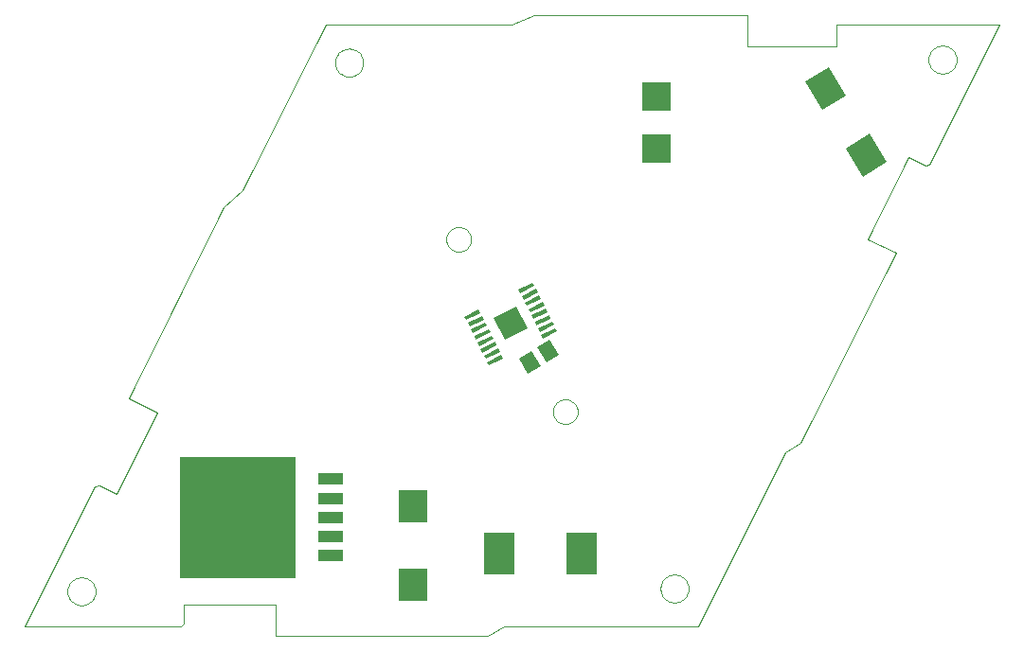
<source format=gtp>
G75*
%MOIN*%
%OFA0B0*%
%FSLAX24Y24*%
%IPPOS*%
%LPD*%
%AMOC8*
5,1,8,0,0,1.08239X$1,22.5*
%
%ADD10C,0.0000*%
%ADD11R,0.0875X0.0875*%
%ADD12R,0.0563X0.0138*%
%ADD13R,0.0512X0.0630*%
%ADD14R,0.1181X0.0984*%
%ADD15R,0.0984X0.1181*%
%ADD16R,0.4098X0.4252*%
%ADD17R,0.0850X0.0420*%
%ADD18R,0.1102X0.1496*%
%ADD19R,0.1000X0.1000*%
D10*
X001464Y001214D02*
X006978Y001214D01*
X007083Y001332D01*
X007084Y001992D01*
X010297Y001990D01*
X010291Y000897D01*
X017774Y000897D01*
X018329Y001214D01*
X025175Y001214D01*
X028236Y007336D01*
X028767Y007690D01*
X032134Y014373D01*
X031140Y014865D01*
X032577Y017739D01*
X033167Y017444D01*
X033315Y017483D01*
X035785Y022424D01*
X030024Y022423D01*
X030024Y022424D02*
X030024Y021647D01*
X026911Y021647D01*
X026911Y022739D01*
X019397Y022739D01*
X018610Y022424D01*
X012065Y022424D01*
X009141Y016568D01*
X008482Y015977D01*
X005126Y009265D01*
X006140Y008753D01*
X004703Y005889D01*
X004112Y006184D01*
X003925Y006145D01*
X001464Y001214D01*
X002981Y002453D02*
X002983Y002497D01*
X002989Y002541D01*
X002999Y002584D01*
X003012Y002626D01*
X003030Y002666D01*
X003051Y002705D01*
X003075Y002742D01*
X003102Y002777D01*
X003133Y002809D01*
X003166Y002838D01*
X003202Y002864D01*
X003240Y002886D01*
X003280Y002905D01*
X003321Y002921D01*
X003364Y002933D01*
X003407Y002941D01*
X003451Y002945D01*
X003495Y002945D01*
X003539Y002941D01*
X003582Y002933D01*
X003625Y002921D01*
X003666Y002905D01*
X003706Y002886D01*
X003744Y002864D01*
X003780Y002838D01*
X003813Y002809D01*
X003844Y002777D01*
X003871Y002742D01*
X003895Y002705D01*
X003916Y002666D01*
X003934Y002626D01*
X003947Y002584D01*
X003957Y002541D01*
X003963Y002497D01*
X003965Y002453D01*
X003963Y002409D01*
X003957Y002365D01*
X003947Y002322D01*
X003934Y002280D01*
X003916Y002240D01*
X003895Y002201D01*
X003871Y002164D01*
X003844Y002129D01*
X003813Y002097D01*
X003780Y002068D01*
X003744Y002042D01*
X003706Y002020D01*
X003666Y002001D01*
X003625Y001985D01*
X003582Y001973D01*
X003539Y001965D01*
X003495Y001961D01*
X003451Y001961D01*
X003407Y001965D01*
X003364Y001973D01*
X003321Y001985D01*
X003280Y002001D01*
X003240Y002020D01*
X003202Y002042D01*
X003166Y002068D01*
X003133Y002097D01*
X003102Y002129D01*
X003075Y002164D01*
X003051Y002201D01*
X003030Y002240D01*
X003012Y002280D01*
X002999Y002322D01*
X002989Y002365D01*
X002983Y002409D01*
X002981Y002453D01*
X016313Y014853D02*
X016315Y014894D01*
X016321Y014935D01*
X016331Y014975D01*
X016344Y015014D01*
X016361Y015051D01*
X016382Y015087D01*
X016406Y015121D01*
X016433Y015152D01*
X016462Y015180D01*
X016495Y015206D01*
X016529Y015228D01*
X016566Y015247D01*
X016604Y015262D01*
X016644Y015274D01*
X016684Y015282D01*
X016725Y015286D01*
X016767Y015286D01*
X016808Y015282D01*
X016848Y015274D01*
X016888Y015262D01*
X016926Y015247D01*
X016962Y015228D01*
X016997Y015206D01*
X017030Y015180D01*
X017059Y015152D01*
X017086Y015121D01*
X017110Y015087D01*
X017131Y015051D01*
X017148Y015014D01*
X017161Y014975D01*
X017171Y014935D01*
X017177Y014894D01*
X017179Y014853D01*
X017177Y014812D01*
X017171Y014771D01*
X017161Y014731D01*
X017148Y014692D01*
X017131Y014655D01*
X017110Y014619D01*
X017086Y014585D01*
X017059Y014554D01*
X017030Y014526D01*
X016997Y014500D01*
X016963Y014478D01*
X016926Y014459D01*
X016888Y014444D01*
X016848Y014432D01*
X016808Y014424D01*
X016767Y014420D01*
X016725Y014420D01*
X016684Y014424D01*
X016644Y014432D01*
X016604Y014444D01*
X016566Y014459D01*
X016530Y014478D01*
X016495Y014500D01*
X016462Y014526D01*
X016433Y014554D01*
X016406Y014585D01*
X016382Y014619D01*
X016361Y014655D01*
X016344Y014692D01*
X016331Y014731D01*
X016321Y014771D01*
X016315Y014812D01*
X016313Y014853D01*
X012400Y021079D02*
X012402Y021123D01*
X012408Y021167D01*
X012418Y021210D01*
X012431Y021252D01*
X012449Y021292D01*
X012470Y021331D01*
X012494Y021368D01*
X012521Y021403D01*
X012552Y021435D01*
X012585Y021464D01*
X012621Y021490D01*
X012659Y021512D01*
X012699Y021531D01*
X012740Y021547D01*
X012783Y021559D01*
X012826Y021567D01*
X012870Y021571D01*
X012914Y021571D01*
X012958Y021567D01*
X013001Y021559D01*
X013044Y021547D01*
X013085Y021531D01*
X013125Y021512D01*
X013163Y021490D01*
X013199Y021464D01*
X013232Y021435D01*
X013263Y021403D01*
X013290Y021368D01*
X013314Y021331D01*
X013335Y021292D01*
X013353Y021252D01*
X013366Y021210D01*
X013376Y021167D01*
X013382Y021123D01*
X013384Y021079D01*
X013382Y021035D01*
X013376Y020991D01*
X013366Y020948D01*
X013353Y020906D01*
X013335Y020866D01*
X013314Y020827D01*
X013290Y020790D01*
X013263Y020755D01*
X013232Y020723D01*
X013199Y020694D01*
X013163Y020668D01*
X013125Y020646D01*
X013085Y020627D01*
X013044Y020611D01*
X013001Y020599D01*
X012958Y020591D01*
X012914Y020587D01*
X012870Y020587D01*
X012826Y020591D01*
X012783Y020599D01*
X012740Y020611D01*
X012699Y020627D01*
X012659Y020646D01*
X012621Y020668D01*
X012585Y020694D01*
X012552Y020723D01*
X012521Y020755D01*
X012494Y020790D01*
X012470Y020827D01*
X012449Y020866D01*
X012431Y020906D01*
X012418Y020948D01*
X012408Y020991D01*
X012402Y021035D01*
X012400Y021079D01*
X020065Y008781D02*
X020067Y008822D01*
X020073Y008863D01*
X020083Y008903D01*
X020096Y008942D01*
X020113Y008979D01*
X020134Y009015D01*
X020158Y009049D01*
X020185Y009080D01*
X020214Y009108D01*
X020247Y009134D01*
X020281Y009156D01*
X020318Y009175D01*
X020356Y009190D01*
X020396Y009202D01*
X020436Y009210D01*
X020477Y009214D01*
X020519Y009214D01*
X020560Y009210D01*
X020600Y009202D01*
X020640Y009190D01*
X020678Y009175D01*
X020714Y009156D01*
X020749Y009134D01*
X020782Y009108D01*
X020811Y009080D01*
X020838Y009049D01*
X020862Y009015D01*
X020883Y008979D01*
X020900Y008942D01*
X020913Y008903D01*
X020923Y008863D01*
X020929Y008822D01*
X020931Y008781D01*
X020929Y008740D01*
X020923Y008699D01*
X020913Y008659D01*
X020900Y008620D01*
X020883Y008583D01*
X020862Y008547D01*
X020838Y008513D01*
X020811Y008482D01*
X020782Y008454D01*
X020749Y008428D01*
X020715Y008406D01*
X020678Y008387D01*
X020640Y008372D01*
X020600Y008360D01*
X020560Y008352D01*
X020519Y008348D01*
X020477Y008348D01*
X020436Y008352D01*
X020396Y008360D01*
X020356Y008372D01*
X020318Y008387D01*
X020282Y008406D01*
X020247Y008428D01*
X020214Y008454D01*
X020185Y008482D01*
X020158Y008513D01*
X020134Y008547D01*
X020113Y008583D01*
X020096Y008620D01*
X020083Y008659D01*
X020073Y008699D01*
X020067Y008740D01*
X020065Y008781D01*
X023850Y002550D02*
X023852Y002594D01*
X023858Y002638D01*
X023868Y002681D01*
X023881Y002723D01*
X023899Y002763D01*
X023920Y002802D01*
X023944Y002839D01*
X023971Y002874D01*
X024002Y002906D01*
X024035Y002935D01*
X024071Y002961D01*
X024109Y002983D01*
X024149Y003002D01*
X024190Y003018D01*
X024233Y003030D01*
X024276Y003038D01*
X024320Y003042D01*
X024364Y003042D01*
X024408Y003038D01*
X024451Y003030D01*
X024494Y003018D01*
X024535Y003002D01*
X024575Y002983D01*
X024613Y002961D01*
X024649Y002935D01*
X024682Y002906D01*
X024713Y002874D01*
X024740Y002839D01*
X024764Y002802D01*
X024785Y002763D01*
X024803Y002723D01*
X024816Y002681D01*
X024826Y002638D01*
X024832Y002594D01*
X024834Y002550D01*
X024832Y002506D01*
X024826Y002462D01*
X024816Y002419D01*
X024803Y002377D01*
X024785Y002337D01*
X024764Y002298D01*
X024740Y002261D01*
X024713Y002226D01*
X024682Y002194D01*
X024649Y002165D01*
X024613Y002139D01*
X024575Y002117D01*
X024535Y002098D01*
X024494Y002082D01*
X024451Y002070D01*
X024408Y002062D01*
X024364Y002058D01*
X024320Y002058D01*
X024276Y002062D01*
X024233Y002070D01*
X024190Y002082D01*
X024149Y002098D01*
X024109Y002117D01*
X024071Y002139D01*
X024035Y002165D01*
X024002Y002194D01*
X023971Y002226D01*
X023944Y002261D01*
X023920Y002298D01*
X023899Y002337D01*
X023881Y002377D01*
X023868Y002419D01*
X023858Y002462D01*
X023852Y002506D01*
X023850Y002550D01*
X033280Y021185D02*
X033282Y021229D01*
X033288Y021273D01*
X033298Y021316D01*
X033311Y021358D01*
X033329Y021398D01*
X033350Y021437D01*
X033374Y021474D01*
X033401Y021509D01*
X033432Y021541D01*
X033465Y021570D01*
X033501Y021596D01*
X033539Y021618D01*
X033579Y021637D01*
X033620Y021653D01*
X033663Y021665D01*
X033706Y021673D01*
X033750Y021677D01*
X033794Y021677D01*
X033838Y021673D01*
X033881Y021665D01*
X033924Y021653D01*
X033965Y021637D01*
X034005Y021618D01*
X034043Y021596D01*
X034079Y021570D01*
X034112Y021541D01*
X034143Y021509D01*
X034170Y021474D01*
X034194Y021437D01*
X034215Y021398D01*
X034233Y021358D01*
X034246Y021316D01*
X034256Y021273D01*
X034262Y021229D01*
X034264Y021185D01*
X034262Y021141D01*
X034256Y021097D01*
X034246Y021054D01*
X034233Y021012D01*
X034215Y020972D01*
X034194Y020933D01*
X034170Y020896D01*
X034143Y020861D01*
X034112Y020829D01*
X034079Y020800D01*
X034043Y020774D01*
X034005Y020752D01*
X033965Y020733D01*
X033924Y020717D01*
X033881Y020705D01*
X033838Y020697D01*
X033794Y020693D01*
X033750Y020693D01*
X033706Y020697D01*
X033663Y020705D01*
X033620Y020717D01*
X033579Y020733D01*
X033539Y020752D01*
X033501Y020774D01*
X033465Y020800D01*
X033432Y020829D01*
X033401Y020861D01*
X033374Y020896D01*
X033350Y020933D01*
X033329Y020972D01*
X033311Y021012D01*
X033298Y021054D01*
X033288Y021097D01*
X033282Y021141D01*
X033280Y021185D01*
D11*
G36*
X019157Y011702D02*
X018376Y011311D01*
X017985Y012092D01*
X018766Y012483D01*
X019157Y011702D01*
G37*
D12*
G36*
X019308Y012168D02*
X019810Y012419D01*
X019872Y012296D01*
X019370Y012045D01*
X019308Y012168D01*
G37*
G36*
X019194Y012396D02*
X019696Y012647D01*
X019758Y012524D01*
X019256Y012273D01*
X019194Y012396D01*
G37*
G36*
X019079Y012625D02*
X019581Y012876D01*
X019643Y012753D01*
X019141Y012502D01*
X019079Y012625D01*
G37*
G36*
X018965Y012854D02*
X019467Y013105D01*
X019529Y012982D01*
X019027Y012731D01*
X018965Y012854D01*
G37*
G36*
X018850Y013083D02*
X019352Y013334D01*
X019414Y013211D01*
X018912Y012960D01*
X018850Y013083D01*
G37*
G36*
X019423Y011939D02*
X019925Y012190D01*
X019987Y012067D01*
X019485Y011816D01*
X019423Y011939D01*
G37*
G36*
X019537Y011710D02*
X020039Y011961D01*
X020101Y011838D01*
X019599Y011587D01*
X019537Y011710D01*
G37*
G36*
X019652Y011481D02*
X020154Y011732D01*
X020216Y011609D01*
X019714Y011358D01*
X019652Y011481D01*
G37*
G36*
X017751Y010529D02*
X018253Y010780D01*
X018315Y010657D01*
X017813Y010406D01*
X017751Y010529D01*
G37*
G36*
X017637Y010758D02*
X018139Y011009D01*
X018201Y010886D01*
X017699Y010635D01*
X017637Y010758D01*
G37*
G36*
X017522Y010987D02*
X018024Y011238D01*
X018086Y011115D01*
X017584Y010864D01*
X017522Y010987D01*
G37*
G36*
X017407Y011216D02*
X017909Y011467D01*
X017971Y011344D01*
X017469Y011093D01*
X017407Y011216D01*
G37*
G36*
X017293Y011444D02*
X017795Y011695D01*
X017857Y011572D01*
X017355Y011321D01*
X017293Y011444D01*
G37*
G36*
X017178Y011673D02*
X017680Y011924D01*
X017742Y011801D01*
X017240Y011550D01*
X017178Y011673D01*
G37*
G36*
X017064Y011902D02*
X017566Y012153D01*
X017628Y012030D01*
X017126Y011779D01*
X017064Y011902D01*
G37*
G36*
X016949Y012131D02*
X017451Y012382D01*
X017513Y012259D01*
X017011Y012008D01*
X016949Y012131D01*
G37*
D13*
G36*
X019623Y010397D02*
X019188Y010129D01*
X018859Y010665D01*
X019294Y010933D01*
X019623Y010397D01*
G37*
G36*
X020261Y010788D02*
X019826Y010520D01*
X019497Y011056D01*
X019932Y011324D01*
X020261Y010788D01*
G37*
D14*
G36*
X030982Y017055D02*
X030366Y018060D01*
X031204Y018575D01*
X031820Y017570D01*
X030982Y017055D01*
G37*
G36*
X029542Y019405D02*
X028926Y020410D01*
X029764Y020925D01*
X030380Y019920D01*
X029542Y019405D01*
G37*
D15*
X015135Y005456D03*
X015135Y002700D03*
D16*
X008975Y005063D03*
D17*
X012255Y005063D03*
X012255Y005733D03*
X012255Y006403D03*
X012255Y004393D03*
X012255Y003723D03*
D18*
X018174Y003800D03*
X021088Y003800D03*
D19*
X023722Y018047D03*
X023722Y019897D03*
M02*

</source>
